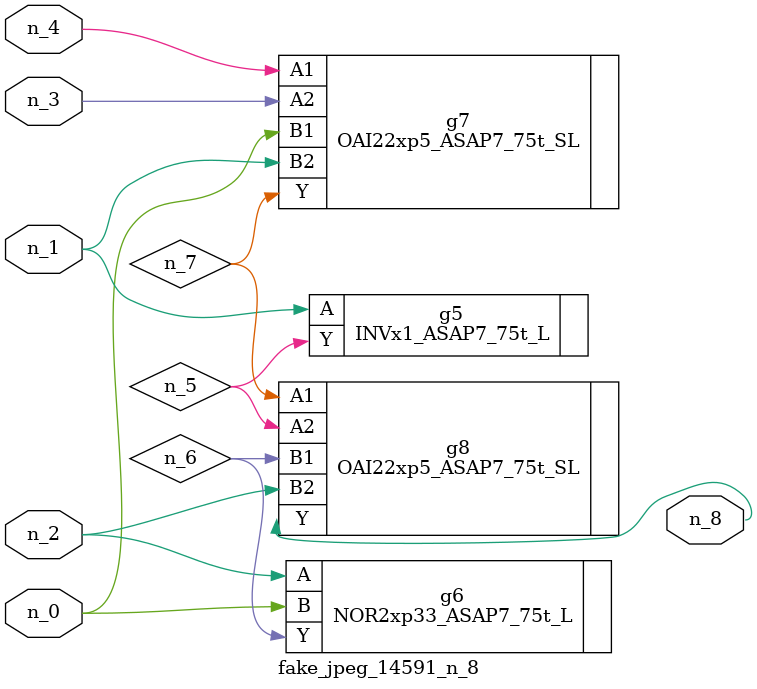
<source format=v>
module fake_jpeg_14591_n_8 (n_3, n_2, n_1, n_0, n_4, n_8);

input n_3;
input n_2;
input n_1;
input n_0;
input n_4;

output n_8;

wire n_6;
wire n_5;
wire n_7;

INVx1_ASAP7_75t_L g5 ( 
.A(n_1),
.Y(n_5)
);

NOR2xp33_ASAP7_75t_L g6 ( 
.A(n_2),
.B(n_0),
.Y(n_6)
);

OAI22xp5_ASAP7_75t_SL g7 ( 
.A1(n_4),
.A2(n_3),
.B1(n_0),
.B2(n_1),
.Y(n_7)
);

OAI22xp5_ASAP7_75t_SL g8 ( 
.A1(n_7),
.A2(n_5),
.B1(n_6),
.B2(n_2),
.Y(n_8)
);


endmodule
</source>
